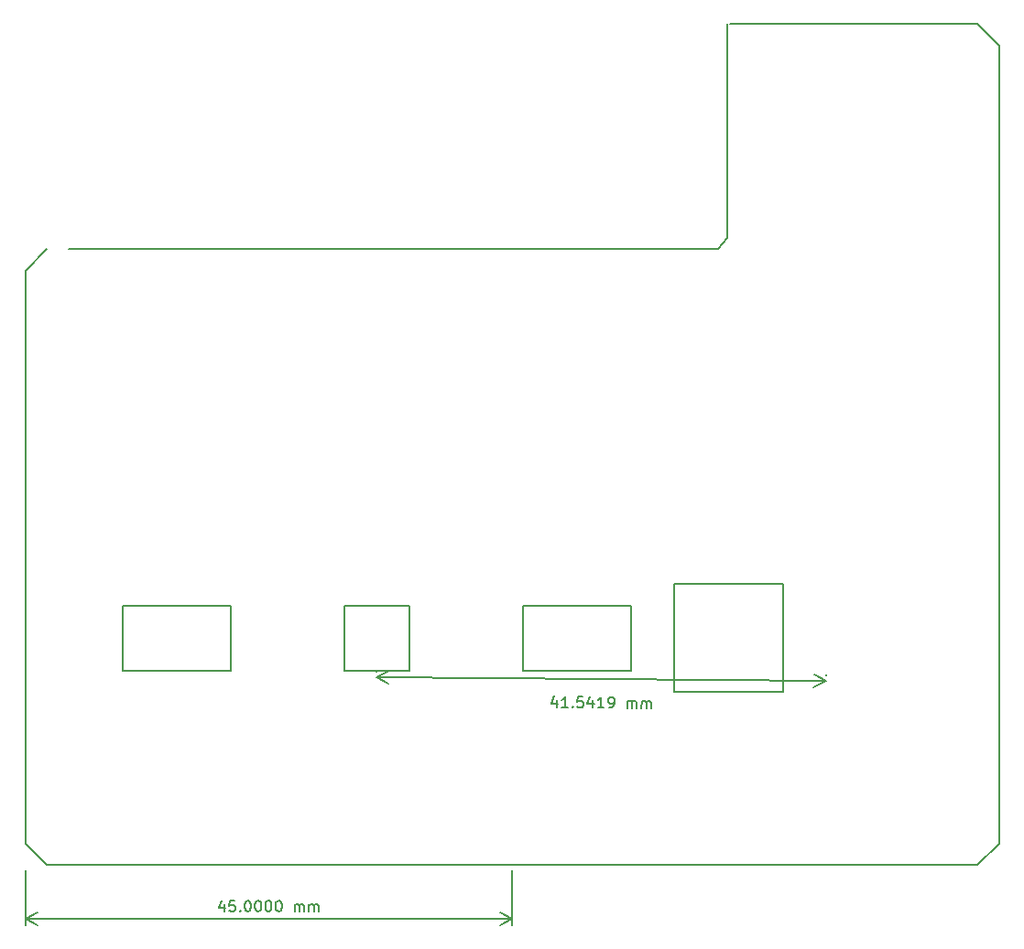
<source format=gbr>
G04 #@! TF.GenerationSoftware,KiCad,Pcbnew,7.0.8-7.0.8~ubuntu22.04.1*
G04 #@! TF.CreationDate,2024-11-12T17:52:49+09:00*
G04 #@! TF.ProjectId,ch32v203KeyBoardBadCable,63683332-7632-4303-934b-6579426f6172,rev?*
G04 #@! TF.SameCoordinates,Original*
G04 #@! TF.FileFunction,Profile,NP*
%FSLAX46Y46*%
G04 Gerber Fmt 4.6, Leading zero omitted, Abs format (unit mm)*
G04 Created by KiCad (PCBNEW 7.0.8-7.0.8~ubuntu22.04.1) date 2024-11-12 17:52:49*
%MOMM*%
%LPD*%
G01*
G04 APERTURE LIST*
G04 #@! TA.AperFunction,Profile*
%ADD10C,0.200000*%
G04 #@! TD*
%ADD11C,0.150000*%
G04 APERTURE END LIST*
D10*
X141085600Y-74244800D02*
X141985600Y-73244800D01*
X133085600Y-113244800D02*
X124085600Y-113244800D01*
X86085600Y-113244800D02*
X96085600Y-113244800D01*
X147085600Y-115244800D02*
X137085600Y-115244800D01*
X96085600Y-113244800D02*
X96085600Y-107244800D01*
X141085600Y-74244800D02*
X81085600Y-74244800D01*
X77085600Y-91244800D02*
X77085600Y-129244800D01*
X133085600Y-107244800D02*
X133085600Y-113244800D01*
X79085600Y-74244800D02*
X77085600Y-76244800D01*
X96085600Y-107244800D02*
X86085600Y-107244800D01*
X137085600Y-115244800D02*
X137085600Y-105244800D01*
X124085600Y-107244800D02*
X133085600Y-107244800D01*
X123085600Y-107244800D02*
X124085600Y-107244800D01*
X147085600Y-105244800D02*
X147085600Y-115244800D01*
X112585600Y-107244800D02*
X112585600Y-113244800D01*
X165085600Y-131244800D02*
X167085600Y-129244800D01*
X137085600Y-105244800D02*
X147085600Y-105244800D01*
X79085600Y-131244800D02*
X165085600Y-131244800D01*
X77085600Y-76244800D02*
X77085600Y-88244800D01*
X107085600Y-107244800D02*
X112585600Y-107244800D01*
X112585600Y-113244800D02*
X106585600Y-113244800D01*
X77085600Y-88244800D02*
X77085600Y-91244800D01*
X106585600Y-113244800D02*
X106585600Y-107244800D01*
X106585600Y-107244800D02*
X107085600Y-107244800D01*
X167085600Y-129244800D02*
X167085600Y-76244800D01*
X124085600Y-113244800D02*
X123085600Y-113244800D01*
X86085600Y-107244800D02*
X86085600Y-113244800D01*
X77085600Y-129244800D02*
X79085600Y-131244800D01*
X123085600Y-113244800D02*
X123085600Y-107244800D01*
D11*
X126185880Y-115993569D02*
X126179541Y-116660206D01*
X125951418Y-115610370D02*
X125706541Y-116322360D01*
X125706541Y-116322360D02*
X126325561Y-116328246D01*
X127227113Y-116670167D02*
X126655710Y-116664734D01*
X126941411Y-116667450D02*
X126950920Y-115667495D01*
X126950920Y-115667495D02*
X126854328Y-115809441D01*
X126854328Y-115809441D02*
X126758188Y-115903769D01*
X126758188Y-115903769D02*
X126662502Y-115950480D01*
X127656570Y-116579008D02*
X127703734Y-116627078D01*
X127703734Y-116627078D02*
X127655665Y-116674242D01*
X127655665Y-116674242D02*
X127608501Y-116626172D01*
X127608501Y-116626172D02*
X127656570Y-116579008D01*
X127656570Y-116579008D02*
X127655665Y-116674242D01*
X128617511Y-115683343D02*
X128141342Y-115678815D01*
X128141342Y-115678815D02*
X128089197Y-116154531D01*
X128089197Y-116154531D02*
X128137267Y-116107367D01*
X128137267Y-116107367D02*
X128232953Y-116060656D01*
X128232953Y-116060656D02*
X128471038Y-116062920D01*
X128471038Y-116062920D02*
X128565819Y-116111442D01*
X128565819Y-116111442D02*
X128612983Y-116159512D01*
X128612983Y-116159512D02*
X128659694Y-116255198D01*
X128659694Y-116255198D02*
X128657430Y-116493283D01*
X128657430Y-116493283D02*
X128608908Y-116588064D01*
X128608908Y-116588064D02*
X128560838Y-116635228D01*
X128560838Y-116635228D02*
X128465151Y-116681939D01*
X128465151Y-116681939D02*
X128227067Y-116679675D01*
X128227067Y-116679675D02*
X128132286Y-116631153D01*
X128132286Y-116631153D02*
X128085122Y-116583083D01*
X129519062Y-116025264D02*
X129512723Y-116691901D01*
X129284600Y-115642065D02*
X129039724Y-116354055D01*
X129039724Y-116354055D02*
X129658743Y-116359941D01*
X130560295Y-116701862D02*
X129988892Y-116696428D01*
X130274593Y-116699145D02*
X130284102Y-115699190D01*
X130284102Y-115699190D02*
X130187510Y-115841136D01*
X130187510Y-115841136D02*
X130091370Y-115935464D01*
X130091370Y-115935464D02*
X129995684Y-115982175D01*
X131036464Y-116706390D02*
X131226931Y-116708201D01*
X131226931Y-116708201D02*
X131322618Y-116661490D01*
X131322618Y-116661490D02*
X131370688Y-116614325D01*
X131370688Y-116614325D02*
X131467280Y-116472380D01*
X131467280Y-116472380D02*
X131516708Y-116282366D01*
X131516708Y-116282366D02*
X131520330Y-115901430D01*
X131520330Y-115901430D02*
X131473619Y-115805744D01*
X131473619Y-115805744D02*
X131426455Y-115757674D01*
X131426455Y-115757674D02*
X131331674Y-115709152D01*
X131331674Y-115709152D02*
X131141206Y-115707341D01*
X131141206Y-115707341D02*
X131045520Y-115754052D01*
X131045520Y-115754052D02*
X130997450Y-115801216D01*
X130997450Y-115801216D02*
X130948927Y-115895997D01*
X130948927Y-115895997D02*
X130946663Y-116134081D01*
X130946663Y-116134081D02*
X130993375Y-116229768D01*
X130993375Y-116229768D02*
X131040539Y-116277838D01*
X131040539Y-116277838D02*
X131135320Y-116326360D01*
X131135320Y-116326360D02*
X131325788Y-116328171D01*
X131325788Y-116328171D02*
X131421474Y-116281460D01*
X131421474Y-116281460D02*
X131469544Y-116234296D01*
X131469544Y-116234296D02*
X131518066Y-116139515D01*
X132703055Y-116722237D02*
X132709394Y-116055601D01*
X132708489Y-116150834D02*
X132756559Y-116103670D01*
X132756559Y-116103670D02*
X132852245Y-116056959D01*
X132852245Y-116056959D02*
X132995096Y-116058317D01*
X132995096Y-116058317D02*
X133089877Y-116106840D01*
X133089877Y-116106840D02*
X133136588Y-116202526D01*
X133136588Y-116202526D02*
X133131608Y-116726312D01*
X133136588Y-116202526D02*
X133185111Y-116107745D01*
X133185111Y-116107745D02*
X133280797Y-116061034D01*
X133280797Y-116061034D02*
X133423648Y-116062392D01*
X133423648Y-116062392D02*
X133518429Y-116110915D01*
X133518429Y-116110915D02*
X133565140Y-116206602D01*
X133565140Y-116206602D02*
X133560160Y-116730387D01*
X134036328Y-116734915D02*
X134042667Y-116068279D01*
X134041762Y-116163512D02*
X134089831Y-116116348D01*
X134089831Y-116116348D02*
X134185518Y-116069637D01*
X134185518Y-116069637D02*
X134328369Y-116070995D01*
X134328369Y-116070995D02*
X134423150Y-116119518D01*
X134423150Y-116119518D02*
X134469861Y-116215204D01*
X134469861Y-116215204D02*
X134464880Y-116738990D01*
X134469861Y-116215204D02*
X134518383Y-116120423D01*
X134518383Y-116120423D02*
X134614070Y-116073712D01*
X134614070Y-116073712D02*
X134756921Y-116075070D01*
X134756921Y-116075070D02*
X134851702Y-116123593D01*
X134851702Y-116123593D02*
X134898413Y-116219279D01*
X134898413Y-116219279D02*
X134893432Y-116743065D01*
D10*
X109550354Y-113349823D02*
X109551176Y-113263407D01*
X151090354Y-113744823D02*
X151091176Y-113658407D01*
X109545600Y-113849800D02*
X151085600Y-114244800D01*
X109545600Y-113849800D02*
X151085600Y-114244800D01*
X109545600Y-113849800D02*
X110677629Y-113274117D01*
X109545600Y-113849800D02*
X110666477Y-114446906D01*
X151085600Y-114244800D02*
X149953571Y-114820483D01*
X151085600Y-114244800D02*
X149964723Y-113647694D01*
D11*
X95442743Y-134882952D02*
X95442743Y-135549619D01*
X95204648Y-134502000D02*
X94966553Y-135216285D01*
X94966553Y-135216285D02*
X95585600Y-135216285D01*
X96442743Y-134549619D02*
X95966553Y-134549619D01*
X95966553Y-134549619D02*
X95918934Y-135025809D01*
X95918934Y-135025809D02*
X95966553Y-134978190D01*
X95966553Y-134978190D02*
X96061791Y-134930571D01*
X96061791Y-134930571D02*
X96299886Y-134930571D01*
X96299886Y-134930571D02*
X96395124Y-134978190D01*
X96395124Y-134978190D02*
X96442743Y-135025809D01*
X96442743Y-135025809D02*
X96490362Y-135121047D01*
X96490362Y-135121047D02*
X96490362Y-135359142D01*
X96490362Y-135359142D02*
X96442743Y-135454380D01*
X96442743Y-135454380D02*
X96395124Y-135502000D01*
X96395124Y-135502000D02*
X96299886Y-135549619D01*
X96299886Y-135549619D02*
X96061791Y-135549619D01*
X96061791Y-135549619D02*
X95966553Y-135502000D01*
X95966553Y-135502000D02*
X95918934Y-135454380D01*
X96918934Y-135454380D02*
X96966553Y-135502000D01*
X96966553Y-135502000D02*
X96918934Y-135549619D01*
X96918934Y-135549619D02*
X96871315Y-135502000D01*
X96871315Y-135502000D02*
X96918934Y-135454380D01*
X96918934Y-135454380D02*
X96918934Y-135549619D01*
X97585600Y-134549619D02*
X97680838Y-134549619D01*
X97680838Y-134549619D02*
X97776076Y-134597238D01*
X97776076Y-134597238D02*
X97823695Y-134644857D01*
X97823695Y-134644857D02*
X97871314Y-134740095D01*
X97871314Y-134740095D02*
X97918933Y-134930571D01*
X97918933Y-134930571D02*
X97918933Y-135168666D01*
X97918933Y-135168666D02*
X97871314Y-135359142D01*
X97871314Y-135359142D02*
X97823695Y-135454380D01*
X97823695Y-135454380D02*
X97776076Y-135502000D01*
X97776076Y-135502000D02*
X97680838Y-135549619D01*
X97680838Y-135549619D02*
X97585600Y-135549619D01*
X97585600Y-135549619D02*
X97490362Y-135502000D01*
X97490362Y-135502000D02*
X97442743Y-135454380D01*
X97442743Y-135454380D02*
X97395124Y-135359142D01*
X97395124Y-135359142D02*
X97347505Y-135168666D01*
X97347505Y-135168666D02*
X97347505Y-134930571D01*
X97347505Y-134930571D02*
X97395124Y-134740095D01*
X97395124Y-134740095D02*
X97442743Y-134644857D01*
X97442743Y-134644857D02*
X97490362Y-134597238D01*
X97490362Y-134597238D02*
X97585600Y-134549619D01*
X98537981Y-134549619D02*
X98633219Y-134549619D01*
X98633219Y-134549619D02*
X98728457Y-134597238D01*
X98728457Y-134597238D02*
X98776076Y-134644857D01*
X98776076Y-134644857D02*
X98823695Y-134740095D01*
X98823695Y-134740095D02*
X98871314Y-134930571D01*
X98871314Y-134930571D02*
X98871314Y-135168666D01*
X98871314Y-135168666D02*
X98823695Y-135359142D01*
X98823695Y-135359142D02*
X98776076Y-135454380D01*
X98776076Y-135454380D02*
X98728457Y-135502000D01*
X98728457Y-135502000D02*
X98633219Y-135549619D01*
X98633219Y-135549619D02*
X98537981Y-135549619D01*
X98537981Y-135549619D02*
X98442743Y-135502000D01*
X98442743Y-135502000D02*
X98395124Y-135454380D01*
X98395124Y-135454380D02*
X98347505Y-135359142D01*
X98347505Y-135359142D02*
X98299886Y-135168666D01*
X98299886Y-135168666D02*
X98299886Y-134930571D01*
X98299886Y-134930571D02*
X98347505Y-134740095D01*
X98347505Y-134740095D02*
X98395124Y-134644857D01*
X98395124Y-134644857D02*
X98442743Y-134597238D01*
X98442743Y-134597238D02*
X98537981Y-134549619D01*
X99490362Y-134549619D02*
X99585600Y-134549619D01*
X99585600Y-134549619D02*
X99680838Y-134597238D01*
X99680838Y-134597238D02*
X99728457Y-134644857D01*
X99728457Y-134644857D02*
X99776076Y-134740095D01*
X99776076Y-134740095D02*
X99823695Y-134930571D01*
X99823695Y-134930571D02*
X99823695Y-135168666D01*
X99823695Y-135168666D02*
X99776076Y-135359142D01*
X99776076Y-135359142D02*
X99728457Y-135454380D01*
X99728457Y-135454380D02*
X99680838Y-135502000D01*
X99680838Y-135502000D02*
X99585600Y-135549619D01*
X99585600Y-135549619D02*
X99490362Y-135549619D01*
X99490362Y-135549619D02*
X99395124Y-135502000D01*
X99395124Y-135502000D02*
X99347505Y-135454380D01*
X99347505Y-135454380D02*
X99299886Y-135359142D01*
X99299886Y-135359142D02*
X99252267Y-135168666D01*
X99252267Y-135168666D02*
X99252267Y-134930571D01*
X99252267Y-134930571D02*
X99299886Y-134740095D01*
X99299886Y-134740095D02*
X99347505Y-134644857D01*
X99347505Y-134644857D02*
X99395124Y-134597238D01*
X99395124Y-134597238D02*
X99490362Y-134549619D01*
X100442743Y-134549619D02*
X100537981Y-134549619D01*
X100537981Y-134549619D02*
X100633219Y-134597238D01*
X100633219Y-134597238D02*
X100680838Y-134644857D01*
X100680838Y-134644857D02*
X100728457Y-134740095D01*
X100728457Y-134740095D02*
X100776076Y-134930571D01*
X100776076Y-134930571D02*
X100776076Y-135168666D01*
X100776076Y-135168666D02*
X100728457Y-135359142D01*
X100728457Y-135359142D02*
X100680838Y-135454380D01*
X100680838Y-135454380D02*
X100633219Y-135502000D01*
X100633219Y-135502000D02*
X100537981Y-135549619D01*
X100537981Y-135549619D02*
X100442743Y-135549619D01*
X100442743Y-135549619D02*
X100347505Y-135502000D01*
X100347505Y-135502000D02*
X100299886Y-135454380D01*
X100299886Y-135454380D02*
X100252267Y-135359142D01*
X100252267Y-135359142D02*
X100204648Y-135168666D01*
X100204648Y-135168666D02*
X100204648Y-134930571D01*
X100204648Y-134930571D02*
X100252267Y-134740095D01*
X100252267Y-134740095D02*
X100299886Y-134644857D01*
X100299886Y-134644857D02*
X100347505Y-134597238D01*
X100347505Y-134597238D02*
X100442743Y-134549619D01*
X101966553Y-135549619D02*
X101966553Y-134882952D01*
X101966553Y-134978190D02*
X102014172Y-134930571D01*
X102014172Y-134930571D02*
X102109410Y-134882952D01*
X102109410Y-134882952D02*
X102252267Y-134882952D01*
X102252267Y-134882952D02*
X102347505Y-134930571D01*
X102347505Y-134930571D02*
X102395124Y-135025809D01*
X102395124Y-135025809D02*
X102395124Y-135549619D01*
X102395124Y-135025809D02*
X102442743Y-134930571D01*
X102442743Y-134930571D02*
X102537981Y-134882952D01*
X102537981Y-134882952D02*
X102680838Y-134882952D01*
X102680838Y-134882952D02*
X102776077Y-134930571D01*
X102776077Y-134930571D02*
X102823696Y-135025809D01*
X102823696Y-135025809D02*
X102823696Y-135549619D01*
X103299886Y-135549619D02*
X103299886Y-134882952D01*
X103299886Y-134978190D02*
X103347505Y-134930571D01*
X103347505Y-134930571D02*
X103442743Y-134882952D01*
X103442743Y-134882952D02*
X103585600Y-134882952D01*
X103585600Y-134882952D02*
X103680838Y-134930571D01*
X103680838Y-134930571D02*
X103728457Y-135025809D01*
X103728457Y-135025809D02*
X103728457Y-135549619D01*
X103728457Y-135025809D02*
X103776076Y-134930571D01*
X103776076Y-134930571D02*
X103871314Y-134882952D01*
X103871314Y-134882952D02*
X104014171Y-134882952D01*
X104014171Y-134882952D02*
X104109410Y-134930571D01*
X104109410Y-134930571D02*
X104157029Y-135025809D01*
X104157029Y-135025809D02*
X104157029Y-135549619D01*
D10*
X77085600Y-131744800D02*
X77085600Y-136831220D01*
X122085600Y-131744800D02*
X122085600Y-136831220D01*
X77085600Y-136244800D02*
X122085600Y-136244800D01*
X77085600Y-136244800D02*
X122085600Y-136244800D01*
X77085600Y-136244800D02*
X78212104Y-135658379D01*
X77085600Y-136244800D02*
X78212104Y-136831221D01*
X122085600Y-136244800D02*
X120959096Y-136831221D01*
X122085600Y-136244800D02*
X120959096Y-135658379D01*
X167085600Y-55434800D02*
X165085600Y-53434800D01*
X167085600Y-72434800D02*
X167085600Y-55434800D01*
X165085600Y-53434800D02*
X142185600Y-53434800D01*
X141985600Y-53434800D02*
X141985600Y-73244800D01*
X167085600Y-76244800D02*
X167085600Y-72434800D01*
M02*

</source>
